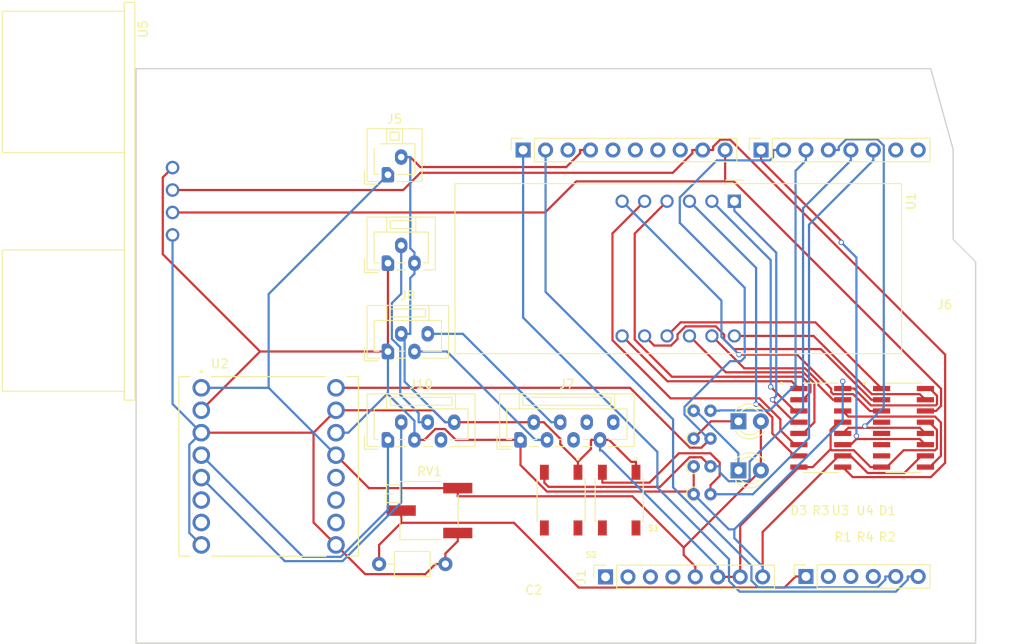
<source format=kicad_pcb>
(kicad_pcb (version 20240108) (generator "pcbnew") (generator_version "8.0")
  (title_block (date "mar. 31 mars 2015"))
  (layers (0 "F.Cu" signal) (31 "B.Cu" signal) (34 "B.Paste" user) (35 "F.Paste" user) (36 "B.SilkS" user "B.Silkscreen") (37 "F.SilkS" user "F.Silkscreen") (38 "B.Mask" user) (39 "F.Mask" user) (44 "Edge.Cuts" user))
  (net 0 "")
  (net 1 "GND")
  (net 3 "+5V")
  (net 4 "/IOREF")
  (net 5 "/A0")
  (net 6 "/A1")
  (net 7 "/A2")
  (net 8 "/A3")
  (net 9 "/SDA{slash}A4")
  (net 10 "/SCL{slash}A5")
  (net 11 "/13")
  (net 12 "/12")
  (net 13 "/AREF")
  (net 14 "/8")
  (net 15 "/7")
  (net 16 "/*11")
  (net 17 "/*10")
  (net 18 "/*9")
  (net 19 "/4")
  (net 20 "/2")
  (net 21 "/*6")
  (net 22 "/*5")
  (net 23 "/TX{slash}1")
  (net 24 "/*3")
  (net 25 "/RX{slash}0")
  (net 26 "+3V3")
  (net 27 "VCC")
  (net 28 "/~{RESET}")
  (net 29 "Net-(D1-K)")
  (net 30 "Net-(D3-K)")
  (net 31 "/SDA")
  (net 35 "/SCL")
  (net 36 "/PE2")
  (net 38 "Net-(J10-Pin_1)")
  (net 39 "Net-(J10-Pin_2)")
  (net 40 "Net-(U1-f)")
  (net 41 "Net-(U1-g)")
  (net 42 "Net-(U1-CC2)")
  (net 43 "Net-(U1-c)")
  (net 44 "Net-(U1-CC4)")
  (net 45 "Net-(U1-CC1)")
  (net 46 "Net-(U1-b)")
  (net 47 "Net-(U1-a)")
  (net 48 "Net-(U1-DPX)")
  (net 49 "Net-(U1-e)")
  (net 50 "Net-(U1-d)")
  (net 51 "Net-(U1-CC3)")
  (net 57 "Net-(U3-A)")
  (footprint "Connector_PinSocket_2.54mm:PinSocket_1x06_P2.54mm_Vertical" (layer "F.Cu") (at 150.8 97.46 90)
    (property "Reference" "J3" (hide yes))
    (property "Value" "Analog")
  )
  (footprint "Connector_PinSocket_2.54mm:PinSocket_1x10_P2.54mm_Vertical" (layer "F.Cu") (at 118.796 49.2 90)
    (property "Reference" "J2" (hide yes))
    (property "Value" "Digital/PWM")
  )
  (footprint "Connector_PinSocket_2.54mm:PinSocket_1x08_P2.54mm_Vertical" (layer "F.Cu") (at 145.72 49.2 90)
    (property "Reference" "J4" (hide yes))
    (property "Value" "Digital/PWM")
  )
  (footprint "MC74HC595AD:SOIC127P600X175-16N" (layer "F.Cu") (at 161.84 80.635)
    (property "Reference" "U4")
    (property "Value" "MC74HC595AD")
  )
  (footprint "Connector_JST:JST_ZE_B03B-ZESK-D_1x03_P1.50mm_Vertical" (layer "F.Cu") (at 103.5 62)
    (property "Reference" "J6")
    (property "Value" "Conn_01x03_Socket")
  )
  (footprint "Capacitor_THT:C_Axial_L3.8mm_D2.6mm_P7.50mm_Horizontal" (layer "F.Cu") (at 102.5 96.05)
    (property "Reference" "C2")
    (property "Value" "0.1uF")
  )
  (footprint "HC-SR04:XCVR_HC-SR04" (layer "F.Cu") (at 79.125 55 -90)
    (property "Reference" "U5")
    (property "Value" "HC-SR04")
  )
  (footprint "Connector_JST:JST_ZE_B04B-ZESK-D_1x04_P1.50mm_Vertical" (layer "F.Cu") (at 103.5 72)
    (property "Reference" "J8")
    (property "Value" "Conn_01x04_Socket")
  )
  (footprint "Connector_JST:JST_ZE_B08B-ZESK-D_1x08_P1.50mm_Vertical" (layer "F.Cu") (at 118.5 82)
    (property "Reference" "J7")
    (property "Value" "Conn_01x08_Socket")
  )
  (footprint "LED_THT:LED_D3.0mm_FlatTop" (layer "F.Cu") (at 143.16 79.9)
    (property "Reference" "D1")
    (property "Value" "LED")
  )
  (footprint "Arduino_MountingHole:MountingHole_3.2mm" (layer "F.Cu") (at 115.24 49.2)
    (property "Reference" "MH1" (hide yes))
    (property "Value" "MountingHole_3.2mm" (hide yes))
  )
  (footprint "8-1437565-1:SW_8-1437565-1" (layer "F.Cu") (at 129.667 88.817 -90)
    (property "Reference" "S1")
    (property "Value" "8-1437565-1")
  )
  (footprint "Connector_PinSocket_2.54mm:PinSocket_1x08_P2.54mm_Vertical" (layer "F.Cu") (at 128.12 97.505 90)
    (property "Reference" "J1")
    (property "Value" "Power")
  )
  (footprint "Display_7Segment:CC56-12GWA" (layer "F.Cu") (at 142.7 55 -90)
    (property "Reference" "U1")
    (property "Value" "CC56-12GWA")
  )
  (footprint "ROB-14450:MODULE_ROB-14450" (layer "F.Cu") (at 90 85)
    (property "Reference" "U2")
    (property "Value" "ROB-14450")
  )
  (footprint "Resistor_THT:R_Axial_DIN0204_L3.6mm_D1.6mm_P1.90mm_Vertical" (layer "F.Cu") (at 138.1 81.85)
    (property "Reference" "R2")
    (property "Value" "510")
  )
  (footprint "Connector_JST:JST_ZE_B06B-ZESK-D_1x06_P1.50mm_Vertical" (layer "F.Cu") (at 103.5 82)
    (property "Reference" "J10")
    (property "Value" "Conn_01x06_Socket")
  )
  (footprint "8-1437565-1:SW_8-1437565-1" (layer "F.Cu") (at 123.1 88.817 -90)
    (property "Reference" "S2")
    (property "Value" "8-1437565-1")
  )
  (footprint "LED_THT:LED_D3.0mm_FlatTop" (layer "F.Cu") (at 143.16 85.45)
    (property "Reference" "D3")
    (property "Value" "LED")
  )
  (footprint "MC74HC595AD:SOIC127P600X175-16N" (layer "F.Cu") (at 152.48 80.635)
    (property "Reference" "U3")
    (property "Value" "MC74HC595AD")
  )
  (footprint "Resistor_THT:R_Axial_DIN0204_L3.6mm_D1.6mm_P1.90mm_Vertical" (layer "F.Cu") (at 138.1 88.15)
    (property "Reference" "R4")
    (property "Value" "10K")
  )
  (footprint "Resistor_THT:R_Axial_DIN0204_L3.6mm_D1.6mm_P1.90mm_Vertical" (layer "F.Cu") (at 138.1 85)
    (property "Reference" "R3")
    (property "Value" "10K")
  )
  (footprint "Connector_JST:JST_ZE_B02B-ZESK-1D_1x02_P1.50mm_Vertical" (layer "F.Cu") (at 103.5 52)
    (property "Reference" "J5")
    (property "Value" "Conn_01x02_Socket")
  )
  (footprint "Arduino_MountingHole:MountingHole_3.2mm" (layer "F.Cu") (at 113.97 97.46)
    (property "Reference" "MH2" (hide yes))
    (property "Value" "MountingHole_3.2mm" (hide yes))
  )
  (footprint "Potentiometer_SMD:Potentiometer_Bourns_3269P_Horizontal" (layer "F.Cu") (at 108.2 90)
    (property "Reference" "RV1")
    (property "Value" "10K")
  )
  (footprint "Arduino_MountingHole:MountingHole_3.2mm" (layer "F.Cu") (at 166.04 64.44)
    (property "Reference" "MH3" (hide yes))
    (property "Value" "MountingHole_3.2mm" (hide yes))
  )
  (footprint "Arduino_MountingHole:MountingHole_3.2mm" (layer "F.Cu") (at 166.04 92.38)
    (property "Reference" "MH4" (hide yes))
    (property "Value" "MountingHole_3.2mm" (hide yes))
  )
  (footprint "Resistor_THT:R_Axial_DIN0204_L3.6mm_D1.6mm_P1.90mm_Vertical" (layer "F.Cu") (at 138.1 78.7)
    (property "Reference" "R1")
    (property "Value" "510")
  )
  (gr_line (start 167.46 59.315) (end 170 61.855) (stroke (width 0.15)) (layer "Edge.Cuts"))
  (gr_line (start 75 105) (end 75 40) (stroke (width 0.15)) (layer "Edge.Cuts"))
  (gr_line (start 170 61.855) (end 170 105) (stroke (width 0.15)) (layer "Edge.Cuts"))
  (gr_line (start 75 105) (end 170 105) (stroke (width 0.15)) (layer "Edge.Cuts"))
  (gr_line (start 75 40) (end 164.92 40) (stroke (width 0.15)) (layer "Edge.Cuts"))
  (gr_line (start 164.92 40) (end 167.46 49.155) (stroke (width 0.15)) (layer "Edge.Cuts"))
  (gr_line (start 167.46 49.155) (end 167.46 59.315) (stroke (width 0.15)) (layer "Edge.Cuts"))
  (segment (start 111 80) (end 120 80) (width 0.25) (layer "F.Cu") (net 1))
  (segment (start 125.2393 49.5678) (end 123.6804 51.1267) (width 0.25) (layer "F.Cu") (net 1))
  (segment (start 143.36 97.505) (end 143.36 91.72) (width 0.25) (layer "F.Cu") (net 1))
  (segment (start 125 85.667) (end 125 84.4903) (width 0.25) (layer "F.Cu") (net 1))
  (segment (start 151.5626 85.08) (end 153.591 83.0516) (width 0.25) (layer "F.Cu") (net 1))
  (segment (start 123 81.8718) (end 123 82.4903) (width 0.25) (layer "F.Cu") (net 1))
  (segment (start 107.1534 51.1267) (end 106.0267 50) (width 0.25) (layer "F.Cu") (net 1))
  (segment (start 111.4 93.4617) (end 110 94.8617) (width 0.25) (layer "F.Cu") (net 1))
  (segment (start 164.7581 80) (end 164.32 80) (width 0.25) (layer "F.Cu") (net 1))
  (segment (start 131.567 85.667) (end 131.567 84.4903) (width 0.25) (layer "F.Cu") (net 1))
  (segment (start 127.5 82) (end 128.5267 82) (width 0.25) (layer "F.Cu") (net 1))
  (segment (start 100.9232 97.1932) (end 97.62 93.89) (width 0.25) (layer "F.Cu") (net 1))
  (segment (start 127.5 82) (end 126.4733 82) (width 0.25) (layer "F.Cu") (net 1))
  (segment (start 108.8733 96.05) (end 107.7301 97.1932) (width 0.25) (layer "F.Cu") (net 1))
  (segment (start 97.62 78.65) (end 108.6233 78.65) (width 0.25) (layer "F.Cu") (net 1))
  (segment (start 131.567 84.4903) (end 131.017 84.4903) (width 0.25) (layer "F.Cu") (net 1))
  (segment (start 110 96.05) (end 108.8733 96.05) (width 0.25) (layer "F.Cu") (net 1))
  (segment (start 105 50) (end 106.0267 50) (width 0.25) (layer "F.Cu") (net 1))
  (segment (start 131.017 84.4903) (end 128.5267 82) (width 0.25) (layer "F.Cu") (net 1))
  (segment (start 158.1143 85.08) (end 159.36 85.08) (width 0.25) (layer "F.Cu") (net 1))
  (segment (start 121.1282 80) (end 123 81.8718) (width 0.25) (layer "F.Cu") (net 1))
  (segment (start 126.416 49.2) (end 125.2393 49.2) (width 0.25) (layer "F.Cu") (net 1))
  (segment (start 165.6219 82.9594) (end 165.6219 80.8638) (width 0.25) (layer "F.Cu") (net 1))
  (segment (start 156.2093 83.175) (end 158.1143 85.08) (width 0.25) (layer "F.Cu") (net 1))
  (segment (start 123 82.4903) (end 125 84.4903) (width 0.25) (layer "F.Cu") (net 1))
  (segment (start 159.36 85.08) (end 159.9496 85.08) (width 0.25) (layer "F.Cu") (net 1))
  (segment (start 111 80) (end 109.9733 80) (width 0.25) (layer "F.Cu") (net 1))
  (segment (start 165.6219 80.8638) (end 164.7581 80) (width 0.25) (layer "F.Cu") (net 1))
  (segment (start 150 85.08) (end 151.5626 85.08) (width 0.25) (layer "F.Cu") (net 1))
  (segment (start 120 80) (end 121.1282 80) (width 0.25) (layer "F.Cu") (net 1))
  (segment (start 153.591 80.8693) (end 154.4603 80) (width 0.25) (layer "F.Cu") (net 1))
  (segment (start 95.08 81.19) (end 97.62 78.65) (width 0.25) (layer "F.Cu") (net 1))
  (segment (start 161.8546 83.175) (end 165.4063 83.175) (width 0.25) (layer "F.Cu") (net 1))
  (segment (start 126.4733 83.017) (end 125 84.4903) (width 0.25) (layer "F.Cu") (net 1))
  (segment (start 95.08 81.19) (end 95.08 91.35) (width 0.25) (layer "F.Cu") (net 1))
  (segment (start 107.7301 97.1932) (end 100.9232 97.1932) (width 0.25) (layer "F.Cu") (net 1))
  (segment (start 153.591 83.0516) (end 153.591 80.8693) (width 0.25) (layer "F.Cu") (net 1))
  (segment (start 153.7144 83.175) (end 156.2093 83.175) (width 0.25) (layer "F.Cu") (net 1))
  (segment (start 82.38 81.19) (end 95.08 81.19) (width 0.25) (layer "F.Cu") (net 1))
  (segment (start 126.4733 82) (end 126.4733 83.017) (width 0.25) (layer "F.Cu") (net 1))
  (segment (start 108.6233 78.65) (end 109.9733 80) (width 0.25) (layer "F.Cu") (net 1))
  (segment (start 165.4063 83.175) (end 165.6219 82.9594) (width 0.25) (layer "F.Cu") (net 1))
  (segment (start 143.36 91.72) (end 150 85.08) (width 0.25) (layer "F.Cu") (net 1))
  (segment (start 110 94.8617) (end 110 96.05) (width 0.25) (layer "F.Cu") (net 1))
  (segment (start 95.08 91.35) (end 97.62 93.89) (width 0.25) (layer "F.Cu") (net 1))
  (segment (start 125.2393 49.2) (end 125.2393 49.5678) (width 0.25) (layer "F.Cu") (net 1))
  (segment (start 111.4 92.54) (end 111.4 93.4617) (width 0.25) (layer "F.Cu") (net 1))
  (segment (start 140.82 97.505) (end 143.36 97.505) (width 0.25) (layer "F.Cu") (net 1))
  (segment (start 153.591 83.0516) (end 153.7144 83.175) (width 0.25) (layer "F.Cu") (net 1))
  (segment (start 123.6804 51.1267) (end 107.1534 51.1267) (width 0.25) (layer "F.Cu") (net 1))
  (segment (start 154.4603 80) (end 154.96 80) (width 0.25) (layer "F.Cu") (net 1))
  (segment (start 159.9496 85.08) (end 161.8546 83.175) (width 0.25) (layer "F.Cu") (net 1))
  (segment (start 81.0219 92.5319) (end 82.38 93.89) (width 0.25) (layer "B.Cu") (net 1))
  (segment (start 105 70) (end 105.3849 70) (width 0.25) (layer "B.Cu") (net 1))
  (segment (start 105.3849 70) (end 106.0267 70) (width 0.25) (layer "B.Cu") (net 1))
  (segment (start 106.0267 63.675) (end 106.5 63.2017) (width 0.25) (layer "B.Cu") (net 1))
  (segment (start 82.38 81.19) (end 79.125 77.935) (width 0.25) (layer "B.Cu") (net 1))
  (segment (start 127.5 83.2017) (end 127.6934 83.2017) (width 0.25) (layer "B.Cu") (net 1))
  (segment (start 111 80) (end 109.9733 80) (width 0.25) (layer "B.Cu") (net 1))
  (segment (start 106.5 62) (end 106.5 63.2017) (width 0.25) (layer "B.Cu") (net 1))
  (segment (start 106.0267 60.325) (end 106.5 60.7983) (width 0.25) (layer "B.Cu") (net 1))
  (segment (start 79.125 77.935) (end 79.125 58.81) (width 0.25) (layer "B.Cu") (net 1))
  (segment (start 106.5 62) (end 106.5 60.7983) (width 0.25) (layer "B.Cu") (net 1))
  (segment (start 127.5 82) (end 127.5 83.2017) (width 0.25) (layer "B.Cu") (net 1))
  (segment (start 106.0267 50) (end 106.0267 60.325) (width 0.25) (layer "B.Cu") (net 1))
  (segment (start 105 50) (end 106.0267 50) (width 0.25) (layer "B.Cu") (net 1))
  (segment (start 109.9733 80) (end 105.3849 75.4116) (width 0.25) (layer "B.Cu") (net 1))
  (segment (start 140.82 97.505) (end 140.82 96.3283) (width 0.25) (layer "B.Cu") (net 1))
  (segment (start 127.6934 83.2017) (end 140.82 96.3283) (width 0.25) (layer "B.Cu") (net 1))
  (segment (start 106.0267 70) (end 106.0267 63.675) (width 0.25) (layer "B.Cu") (net 1))
  (segment (start 82.38 81.19) (end 81.0219 82.5481) (width 0.25) (layer "B.Cu") (net 1))
  (segment (start 81.0219 82.5481) (end 81.0219 92.5319) (width 0.25) (layer "B.Cu") (net 1))
  (segment (start 105.3849 75.4116) (end 105.3849 70) (width 0.25) (layer "B.Cu") (net 1))
  (segment (start 111.4 87.46) (end 101.35 87.46) (width 0.25) (layer "F.Cu") (net 3))
  (segment (start 111.4 88.3817) (end 131.1611 88.3817) (width 0.25) (layer "F.Cu") (net 3))
  (segment (start 145.7 85.45) (end 136.9647 94.1853) (width 0.25) (layer "F.Cu") (net 3))
  (segment (start 111.4 87.46) (end 111.4 88.3817) (width 0.25) (layer "F.Cu") (net 3))
  (segment (start 101.35 87.46) (end 97.62 83.73) (width 0.25) (layer "F.Cu") (net 3))
  (segment (start 136.9647 95.013) (end 138.28 96.3283) (width 0.25) (layer "F.Cu") (net 3))
  (segment (start 138.28 97.505) (end 138.28 96.3283) (width 0.25) (layer "F.Cu") (net 3))
  (segment (start 131.1611 88.3817) (end 136.9647 94.1853) (width 0.25) (layer "F.Cu") (net 3))
  (segment (start 136.9647 94.1853) (end 136.9647 95.013) (width 0.25) (layer "F.Cu") (net 3))
  (segment (start 145.7 79.9) (end 145.7 85.45) (width 0.25) (layer "F.Cu") (net 3))
  (segment (start 97.62 83.73) (end 90 76.11) (width 0.25) (layer "B.Cu") (net 3))
  (segment (start 103.5 52) (end 90 65.5) (width 0.25) (layer "B.Cu") (net 3))
  (segment (start 90 76.11) (end 82.38 76.11) (width 0.25) (layer "B.Cu") (net 3))
  (segment (start 90 65.5) (end 90 76.11) (width 0.25) (layer "B.Cu") (net 3))
  (segment (start 105 90) (end 105 90.9217) (width 0.25) (layer "F.Cu") (net 5))
  (segment (start 102.5 93.8833) (end 105 91.3833) (width 0.25) (layer "F.Cu") (net 5))
  (segment (start 105 90.9217) (end 105 91.3833) (width 0.25) (layer "F.Cu") (net 5))
  (segment (start 148.3704 98.7129) (end 149.6233 97.46) (width 0.25) (layer "F.Cu") (net 5))
  (segment (start 105 91.3833) (end 117.7578 91.3833) (width 0.25) (layer "F.Cu") (net 5))
  (segment (start 125.0874 98.7129) (end 148.3704 98.7129) (width 0.25) (layer "F.Cu") (net 5))
  (segment (start 150.8 97.46) (end 149.6233 97.46) (width 0.25) (layer "F.Cu") (net 5))
  (segment (start 102.5 96.05) (end 102.5 93.8833) (width 0.25) (layer "F.Cu") (net 5))
  (segment (start 117.7578 91.3833) (end 125.0874 98.7129) (width 0.25) (layer "F.Cu") (net 5))
  (segment (start 160.96 97.46) (end 159.7833 97.46) (width 0.25) (layer "B.Cu") (net 9))
  (segment (start 121.336 65.2515) (end 121.336 50.3767) (width 0.25) (layer "B.Cu") (net 9))
  (segment (start 145.3914 98.687) (end 144.63 97.9256) (width 0.25) (layer "B.Cu") (net 9))
  (segment (start 159.7833 97.46) (end 159.7833 97.8277) (width 0.25) (layer "B.Cu") (net 9))
  (segment (start 144.63 97.9256) (end 144.63 96.2363) (width 0.25) (layer "B.Cu") (net 9))
  (segment (start 144.63 96.2363) (end 135.7643 87.3706) (width 0.25) (layer "B.Cu") (net 9))
  (segment (start 135.7643 87.3706) (end 135.7643 79.6798) (width 0.25) (layer "B.Cu") (net 9))
  (segment (start 135.7643 79.6798) (end 121.336 65.2515) (width 0.25) (layer "B.Cu") (net 9))
  (segment (start 159.7833 97.8277) (end 158.924 98.687) (width 0.25) (layer "B.Cu") (net 9))
  (segment (start 121.336 49.2) (end 121.336 50.3767) (width 0.25) (layer "B.Cu") (net 9))
  (segment (start 158.924 98.687) (end 145.3914 98.687) (width 0.25) (layer "B.Cu") (net 9))
  (segment (start 142.09 97.9644) (end 143.3017 99.1761) (width 0.25) (layer "B.Cu") (net 10))
  (segment (start 133.9868 87.3946) (end 142.09 95.4978) (width 0.25) (layer "B.Cu") (net 10))
  (segment (start 162.3233 97.8277) (end 162.3233 97.46) (width 0.25) (layer "B.Cu") (net 10))
  (segment (start 142.09 95.4978) (end 142.09 97.9644) (width 0.25) (layer "B.Cu") (net 10))
  (segment (start 160.9749 99.1761) (end 162.3233 97.8277) (width 0.25) (layer "B.Cu") (net 10))
  (segment (start 118.796 68.169) (end 133.9868 83.3598) (width 0.25) (layer "B.Cu") (net 10))
  (segment (start 143.3017 99.1761) (end 160.9749 99.1761) (width 0.25) (layer "B.Cu") (net 10))
  (segment (start 163.5 97.46) (end 162.3233 97.46) (width 0.25) (layer "B.Cu") (net 10))
  (segment (start 133.9868 83.3598) (end 133.9868 87.3946) (width 0.25) (layer "B.Cu") (net 10))
  (segment (start 118.796 49.2) (end 118.796 68.169) (width 0.25) (layer "B.Cu") (net 10))
  (segment (start 164.32 78.73) (end 165.509 78.73) (width 0.25) (layer "F.Cu") (net 14))
  (segment (start 142.6197 52.7488) (end 141.656 52.7488) (width 0.25) (layer "F.Cu") (net 14))
  (segment (start 166.0901 78.1489) (end 166.0901 76.2192) (width 0.25) (layer "F.Cu") (net 14))
  (segment (start 141.656 50.3767) (end 141.656 52.7488) (width 0.25) (layer "F.Cu") (net 14))
  (segment (start 141.656 49.2) (end 141.656 50.3767) (width 0.25) (layer "F.Cu") (net 14))
  (segment (start 141.656 52.7488) (end 124.8118 52.7488) (width 0.25) (layer "F.Cu") (net 14))
  (segment (start 166.0901 76.2192) (end 142.6197 52.7488) (width 0.25) (layer "F.Cu") (net 14))
  (segment (start 121.2906 56.27) (end 79.125 56.27) (width 0.25) (layer "F.Cu") (net 14))
  (segment (start 124.8118 52.7488) (end 121.2906 56.27) (width 0.25) (layer "F.Cu") (net 14))
  (segment (start 165.509 78.73) (end 166.0901 78.1489) (width 0.25) (layer "F.Cu") (net 14))
  (segment (start 163.685 81.905) (end 164.32 82.54) (width 0.25) (layer "F.Cu") (net 15))
  (segment (start 145.72 50.3767) (end 154.799 59.4557) (width 0.25) (layer "F.Cu") (net 15))
  (segment (start 156.5126 81.905) (end 163.685 81.905) (width 0.25) (layer "F.Cu") (net 15))
  (segment (start 155.8776 82.54) (end 156.5126 81.905) (width 0.25) (layer "F.Cu") (net 15))
  (segment (start 145.72 49.2) (end 145.72 50.3767) (width 0.25) (layer "F.Cu") (net 15))
  (segment (start 154.799 59.4557) (end 154.799 59.6533) (width 0.25) (layer "F.Cu") (net 15))
  (segment (start 154.96 82.54) (end 155.8776 82.54) (width 0.25) (layer "F.Cu") (net 15))
  (segment (start 156.5126 81.5704) (end 156.5126 81.905) (width 0.25) (layer "F.Cu") (net 15))
  (via (at 154.799 59.6533) (size 0.6) (drill 0.4) (layers "F.Cu" "B.Cu") (net 15))
  (via (at 156.5126 81.5704) (size 0.6) (drill 0.4) (layers "F.Cu" "B.Cu") (net 15))
  (segment (start 156.5126 61.3669) (end 156.5126 81.5704) (width 0.25) (layer "B.Cu") (net 15))
  (segment (start 154.799 59.6533) (end 156.5126 61.3669) (width 0.25) (layer "B.Cu") (net 15))
  (segment (start 135.7286 51.7784) (end 107.1716 51.7784) (width 0.25) (layer "F.Cu") (net 18))
  (segment (start 154.96 85.08) (end 156.0906 86.2106) (width 0.25) (layer "F.Cu") (net 18))
  (segment (start 140.2927 48.8322) (end 140.2927 49.2) (width 0.25) (layer "F.Cu") (net 18))
  (segment (start 139.116 49.2) (end 137.9393 49.2) (width 0.25) (layer "F.Cu") (net 18))
  (segment (start 166.5513 84.5956) (end 166.5513 72.3539) (width 0.25) (layer "F.Cu") (net 18))
  (segment (start 105.22 53.73) (end 79.125 53.73) (width 0.25) (layer "F.Cu") (net 18))
  (segment (start 156.0906 86.2106) (end 164.9363 86.2106) (width 0.25) (layer "F.Cu") (net 18))
  (segment (start 137.9393 49.5677) (end 135.7286 51.7784) (width 0.25) (layer "F.Cu") (net 18))
  (segment (start 137.9393 49.2) (end 137.9393 49.5677) (width 0.25) (layer "F.Cu") (net 18))
  (segment (start 142.2207 48.0233) (end 141.1016 48.0233) (width 0.25) (layer "F.Cu") (net 18))
  (segment (start 107.1716 51.7784) (end 105.22 53.73) (width 0.25) (layer "F.Cu") (net 18))
  (segment (start 141.1016 48.0233) (end 140.2927 48.8322) (width 0.25) (layer "F.Cu") (net 18))
  (segment (start 139.116 49.2) (end 140.2927 49.2) (width 0.25) (layer "F.Cu") (net 18))
  (segment (start 166.5513 72.3539) (end 142.2207 48.0233) (width 0.25) (layer "F.Cu") (net 18))
  (segment (start 164.9363 86.2106) (end 166.5513 84.5956) (width 0.25) (layer "F.Cu") (net 18))
  (segment (start 154.96 81.27) (end 155.595 80.635) (width 0.25) (layer "F.Cu") (net 19))
  (segment (start 163.685 80.635) (end 164.32 81.27) (width 0.25) (layer "F.Cu") (net 19))
  (segment (start 157.4691 80.4459) (end 157.4691 80.635) (width 0.25) (layer "F.Cu") (net 19))
  (segment (start 155.595 80.635) (end 157.4691 80.635) (width 0.25) (layer "F.Cu") (net 19))
  (segment (start 157.4691 80.635) (end 163.685 80.635) (width 0.25) (layer "F.Cu") (net 19))
  (via (at 157.4691 80.4459) (size 0.6) (drill 0.4) (layers "F.Cu" "B.Cu") (net 19))
  (segment (start 154.5167 49.2) (end 154.5167 48.8323) (width 0.25) (layer "B.Cu") (net 19))
  (segment (start 154.5167 48.8323) (end 155.3581 47.9909) (width 0.25) (layer "B.Cu") (net 19))
  (segment (start 155.3581 47.9909) (end 158.8982 47.9909) (width 0.25) (layer "B.Cu") (net 19))
  (segment (start 153.34 49.2) (end 154.5167 49.2) (width 0.25) (layer "B.Cu") (net 19))
  (segment (start 159.6058 48.6985) (end 159.6058 78.3092) (width 0.25) (layer "B.Cu") (net 19))
  (segment (start 158.8982 47.9909) (end 159.6058 48.6985) (width 0.25) (layer "B.Cu") (net 19))
  (segment (start 159.6058 78.3092) (end 157.4691 80.4459) (width 0.25) (layer "B.Cu") (net 19))
  (segment (start 141.0381 84.5681) (end 139.9866 83.5166) (width 0.25) (layer "F.Cu") (net 20))
  (segment (start 139.9866 83.5166) (end 136.4239 83.5166) (width 0.25) (layer "F.Cu") (net 20))
  (segment (start 136.4239 83.5166) (end 133.0968 86.8437) (width 0.25) (layer "F.Cu") (net 20))
  (segment (start 140 87.1233) (end 141.0381 86.0852) (width 0.25) (layer "F.Cu") (net 20))
  (segment (start 140 88.15) (end 140 87.1233) (width 0.25) (layer "F.Cu") (net 20))
  (segment (start 133.0968 86.8437) (end 127.767 86.8437) (width 0.25) (layer "F.Cu") (net 20))
  (segment (start 141.0381 86.0852) (end 141.0381 84.5681) (width 0.25) (layer "F.Cu") (net 20))
  (segment (start 127.767 85.667) (end 127.767 86.8437) (width 0.25) (layer "F.Cu") (net 20))
  (segment (start 151.1482 57.6485) (end 158.42 50.3767) (width 0.25) (layer "B.Cu") (net 20))
  (segment (start 144.7955 88.15) (end 151.1482 81.7973) (width 0.25) (layer "B.Cu") (net 20))
  (segment (start 158.42 49.2) (end 158.42 50.3767) (width 0.25) (layer "B.Cu") (net 20))
  (segment (start 140 88.15) (end 141.0267 88.15) (width 0.25) (layer "B.Cu") (net 20))
  (segment (start 141.0267 88.15) (end 144.7955 88.15) (width 0.25) (layer "B.Cu") (net 20))
  (segment (start 151.1482 81.7973) (end 151.1482 57.6485) (width 0.25) (layer "B.Cu") (net 20))
  (segment (start 130.8931 76.11) (end 97.62 76.11) (width 0.25) (layer "F.Cu") (net 21))
  (segment (start 137.6703 82.8872) (end 130.8931 76.11) (width 0.25) (layer "F.Cu") (net 21))
  (segment (start 140 81.85) (end 138.9628 82.8872) (width 0.25) (layer "F.Cu") (net 21))
  (segment (start 138.9628 82.8872) (end 137.6703 82.8872) (width 0.25) (layer "F.Cu") (net 21))
  (segment (start 140 81.85) (end 139.7563 81.85) (width 0.25) (layer "B.Cu") (net 21))
  (segment (start 137.0543 79.148) (end 137.0543 78.2622) (width 0.25) (layer "B.Cu") (net 21))
  (segment (start 148.26 49.2) (end 147.0833 49.2) (width 0.25) (layer "B.Cu") (net 21))
  (segment (start 143.4502 73.0933) (end 143.8687 72.6748) (width 0.25) (layer "B.Cu") (net 21))
  (segment (start 136.5246 57.4401) (end 136.5246 54.5669) (width 0.25) (layer "B.Cu") (net 21))
  (segment (start 136.5246 54.5669) (end 140.7148 50.3767) (width 0.25) (layer "B.Cu") (net 21))
  (segment (start 140.7148 50.3767) (end 146.7156 50.3767) (width 0.25) (layer "B.Cu") (net 21))
  (segment (start 137.0543 78.2622) (end 142.2232 73.0933) (width 0.25) (layer "B.Cu") (net 21))
  (segment (start 143.8687 64.7842) (end 136.5246 57.4401) (width 0.25) (layer "B.Cu") (net 21))
  (segment (start 143.8687 72.6748) (end 143.8687 64.7842) (width 0.25) (layer "B.Cu") (net 21))
  (segment (start 147.0833 50.009) (end 147.0833 49.2) (width 0.25) (layer "B.Cu") (net 21))
  (segment (start 139.7563 81.85) (end 137.0543 79.148) (width 0.25) (layer "B.Cu") (net 21))
  (segment (start 142.2232 73.0933) (end 143.4502 73.0933) (width 0.25) (layer "B.Cu") (net 21))
  (segment (start 146.7156 50.3767) (end 147.0833 50.009) (width 0.25) (layer "B.Cu") (net 21))
  (segment (start 146.7033 78.6642) (end 149.6233 75.7442) (width 0.25) (layer "B.Cu") (net 22))
  (segment (start 149.6233 75.7442) (end 149.6233 51.5534) (width 0.25) (layer "B.Cu") (net 22))
  (segment (start 140 78.7) (end 141.0267 78.7) (width 0.25) (layer "B.Cu") (net 22))
  (segment (start 150.8 49.2) (end 150.8 50.3767) (width 0.25) (layer "B.Cu") (net 22))
  (segment (start 141.0267 78.7) (end 141.0625 78.6642) (width 0.25) (layer "B.Cu") (net 22))
  (segment (start 141.0625 78.6642) (end 146.7033 78.6642) (width 0.25) (layer "B.Cu") (net 22))
  (segment (start 149.6233 51.5534) (end 150.8 50.3767) (width 0.25) (layer "B.Cu") (net 22))
  (segment (start 137.6351 83.9683) (end 138.9683 83.9683) (width 0.25) (layer "F.Cu") (net 24))
  (segment (start 138.9683 83.9683) (end 140 85) (width 0.25) (layer "F.Cu") (net 24))
  (segment (start 121.2 85.667) (end 121.2 86.8437) (width 0.25) (layer "F.Cu") (net 24))
  (segment (start 121.2 86.8437) (end 121.6727 87.3164) (width 0.25) (layer "F.Cu") (net 24))
  (segment (start 134.287 87.3164) (end 137.6351 83.9683) (width 0.25) (layer "F.Cu") (net 24))
  (segment (start 121.6727 87.3164) (end 134.287 87.3164) (width 0.25) (layer "F.Cu") (net 24))
  (segment (start 141.0267 85.6417) (end 142.0617 86.6767) (width 0.25) (layer "B.Cu") (net 24))
  (segment (start 142.0617 86.6767) (end 144.2181 86.6767) (width 0.25) (layer "B.Cu") (net 24))
  (segment (start 144.2181 86.6767) (end 144.43 86.4648) (width 0.25) (layer "B.Cu") (net 24))
  (segment (start 150.4715 55.7852) (end 155.88 50.3767) (width 0.25) (layer "B.Cu") (net 24))
  (segment (start 144.43 86.4648) (end 144.43 84.4583) (width 0.25) (layer "B.Cu") (net 24))
  (segment (start 155.88 49.2) (end 155.88 50.3767) (width 0.25) (layer "B.Cu") (net 24))
  (segment (start 140 85) (end 141.0267 85) (width 0.25) (layer "B.Cu") (net 24))
  (segment (start 150.4715 78.4168) (end 150.4715 55.7852) (width 0.25) (layer "B.Cu") (net 24))
  (segment (start 144.43 84.4583) (end 150.4715 78.4168) (width 0.25) (layer "B.Cu") (net 24))
  (segment (start 141.0267 85) (end 141.0267 85.6417) (width 0.25) (layer "B.Cu") (net 24))
  (segment (start 156.2477 76.19) (end 154.96 76.19) (width 0.25) (layer "F.Cu") (net 27))
  (segment (start 137.7989 87.8489) (end 138.1 88.15) (width 0.25) (layer "F.Cu") (net 27))
  (segment (start 109.9441 80.7691) (end 108.8579 80.7691) (width 0.25) (layer "F.Cu") (net 27))
  (segment (start 145.9 97.505) (end 145.9 92.4243) (width 0.25) (layer "F.Cu") (net 27))
  (segment (start 157.7875 85.7493) (end 155.8482 83.81) (width 0.25) (layer "F.Cu") (net 27))
  (segment (start 164.32 83.81) (end 163.8665 83.81) (width 0.25) (layer "F.Cu") (net 27))
  (segment (start 89.03 72) (end 82.38 78.65) (width 0.25) (layer "F.Cu") (net 27))
  (segment (start 111.175 82) (end 109.9441 80.7691) (width 0.25) (layer "F.Cu") (net 27))
  (segment (start 138.1 85) (end 138.1 87.5478) (width 0.25) (layer "F.Cu") (net 27))
  (segment (start 154.5143 83.81) (end 154.96 83.81) (width 0.25) (layer "F.Cu") (net 27))
  (segment (start 103.5 72) (end 89.03 72) (width 0.25) (layer "F.Cu") (net 27))
  (segment (start 165.6288 77.9585) (end 165.4923 78.095) (width 0.25) (layer "F.Cu") (net 27))
  (segment (start 78.0206 60.9906) (end 78.0206 52.2944) (width 0.25) (layer "F.Cu") (net 27))
  (segment (start 118.5 82) (end 118.5 84.853) (width 0.25) (layer "F.Cu") (net 27))
  (segment (start 165.4923 78.095) (end 158.1527 78.095) (width 0.25) (layer "F.Cu") (net 27))
  (segment (start 121.4959 87.8489) (end 137.7989 87.8489) (width 0.25) (layer "F.Cu") (net 27))
  (segment (start 154.96 76.19) (end 154.96 75.3814) (width 0.25) (layer "F.Cu") (net 27))
  (segment (start 118.5 82) (end 111.175 82) (width 0.25) (layer "F.Cu") (net 27))
  (segment (start 89.03 72) (end 78.0206 60.9906) (width 0.25) (layer "F.Cu") (net 27))
  (segment (start 165.6288 77.0065) (end 165.6288 77.9585) (width 0.25) (layer "F.Cu") (net 27))
  (segment (start 78.0206 52.2944) (end 79.125 51.19) (width 0.25) (layer "F.Cu") (net 27))
  (segment (start 158.1527 78.095) (end 156.2477 76.19) (width 0.25) (layer "F.Cu") (net 27))
  (segment (start 164.32 76.19) (end 164.8123 76.19) (width 0.25) (layer "F.Cu") (net 27))
  (segment (start 161.9272 85.7493) (end 157.7875 85.7493) (width 0.25) (layer "F.Cu") (net 27))
  (segment (start 138.1 87.5478) (end 137.7989 87.8489) (width 0.25) (layer "F.Cu") (net 27))
  (segment (start 145.9 92.4243) (end 154.5143 83.81) (width 0.25) (layer "F.Cu") (net 27))
  (segment (start 155.8482 83.81) (end 154.96 83.81) (width 0.25) (layer "F.Cu") (net 27))
  (segment (start 163.8665 83.81) (end 161.9272 85.7493) (width 0.25) (layer "F.Cu") (net 27))
  (segment (start 118.5 84.853) (end 121.4959 87.8489) (width 0.25) (layer "F.Cu") (net 27))
  (segment (start 107.627 82) (end 106.5 82) (width 0.25) (layer "F.Cu") (net 27))
  (segment (start 108.8579 80.7691) (end 107.627 82) (width 0.25) (layer "F.Cu") (net 27))
  (segment (start 164.8123 76.19) (end 165.6288 77.0065) (width 0.25) (layer "F.Cu") (net 27))
  (segment (start 103.5 72) (end 103.5 62) (width 0.25) (layer "F.Cu") (net 27))
  (via (at 154.96 75.3814) (size 0.6) (drill 0.4) (layers "F.Cu" "B.Cu") (net 27))
  (segment (start 106.5 82) (end 106.5 79.8437) (width 0.25) (layer "B.Cu") (net 27))
  (segment (start 103.5 76.6999) (end 103.4281 76.7718) (width 0.25) (layer "B.Cu") (net 27))
  (segment (start 138.1 88.15) (end 142.0775 92.1275) (width 0.25) (layer "B.Cu") (net 27))
  (segment (start 106.5 79.8437) (end 103.4281 76.7718) (width 0.25) (layer "B.Cu") (net 27))
  (segment (start 154.96 79.8625) (end 154.96 75.3814) (width 0.25) (layer "B.Cu") (net 27))
  (segment (start 103.5 72) (end 103.5 76.6999) (width 0.25) (layer "B.Cu") (net 27))
  (segment (start 103.4281 76.7718) (end 99.0099 81.19) (width 0.25) (layer "B.Cu") (net 27))
  (segment (start 99.0099 81.19) (end 97.62 81.19) (width 0.25) (layer "B.Cu") (net 27))
  (segment (start 145.9 97.505) (end 145.9 96.3283) (width 0.25) (layer "B.Cu") (net 27))
  (segment (start 142.695 93.1233) (end 145.9 96.3283) (width 0.25) (layer "B.Cu") (net 27))
  (segment (start 142.0775 92.1275) (end 142.695 92.1275) (width 0.25) (layer "B.Cu") (net 27))
  (segment (start 142.695 92.1275) (end 154.96 79.8625) (width 0.25) (layer "B.Cu") (net 27))
  (segment (start 142.695 92.1275) (end 142.695 93.1233) (width 0.25) (layer "B.Cu") (net 27))
  (segment (start 138.1 81.85) (end 140.05 79.9) (width 0.25) (layer "F.Cu") (net 29))
  (segment (start 140.05 79.9) (end 143.16 79.9) (width 0.25) (layer "F.Cu") (net 29))
  (segment (start 138.34 78.7) (end 138.1 78.7) (width 0.25) (layer "B.Cu") (net 30))
  (segment (start 143.16 83.52) (end 138.34 78.7) (width 0.25) (layer "B.Cu") (net 30))
  (segment (start 143.16 85.45) (end 143.16 83.52) (width 0.25) (layer "B.Cu") (net 30))
  (segment (start 111.9733 70) (end 108 70) (width 0.25) (layer "B.Cu") (net 31))
  (segment (start 123 80) (end 121.9733 80) (width 0.25) (layer "B.Cu") (net 31))
  (segment (start 121.9733 80) (end 111.9733 70) (width 0.25) (layer "B.Cu") (net 31))
  (segment (start 121.5 82) (end 120.1751 82) (width 0.25) (layer "B.Cu") (net 35))
  (segment (start 110.1751 72) (end 106.5 72) (width 0.25) (layer "B.Cu") (net 35))
  (segment (start 120.1751 82) (end 110.1751 72) (width 0.25) (layer "B.Cu") (net 35))
  (segment (start 104.8892 71.5162) (end 103.9427 70.5697) (width 0.25) (layer "B.Cu") (net 36))
  (segment (start 106.9733 78.9733) (end 104.8892 76.8892) (width 0.25) (layer "B.Cu") (net 36))
  (segment (start 106.9733 80) (end 106.9733 78.9733) (width 0.25) (layer "B.Cu") (net 36))
  (segment (start 104.8892 76.8892) (end 104.8892 71.5162) (width 0.25) (layer "B.Cu") (net 36))
  (segment (start 105 65.4688) (end 105 60) (width 0.25) (layer "B.Cu") (net 36))
  (segment (start 103.9427 70.5697) (end 103.9427 66.5261) (width 0.25) (layer "B.Cu") (net 36))
  (segment (start 103.9427 66.5261) (end 105 65.4688) (width 0.25) (layer "B.Cu") (net 36))
  (segment (start 108 80) (end 106.9733 80) (width 0.25) (layer "B.Cu") (net 36))
  (segment (start 103.5 82) (end 103.5 89.9044) (width 0.25) (layer "B.Cu") (net 38))
  (segment (start 98.1694 95.235) (end 93.885 95.235) (width 0.25) (layer "B.Cu") (net 38))
  (segment (start 93.885 95.235) (end 82.38 83.73) (width 0.25) (layer "B.Cu") (net 38))
  (segment (start 103.5 89.9044) (end 98.1694 95.235) (width 0.25) (layer "B.Cu") (net 38))
  (segment (start 98.3692 95.7214) (end 91.8314 95.7214) (width 0.25) (layer "B.Cu") (net 39))
  (segment (start 105 89.0906) (end 98.3692 95.7214) (width 0.25) (layer "B.Cu") (net 39))
  (segment (start 91.8314 95.7214) (end 82.38 86.27) (width 0.25) (layer "B.Cu") (net 39))
  (segment (start 105 80) (end 105 89.0906) (width 0.25) (layer "B.Cu") (net 39))
  (segment (start 151.7578 75.5984) (end 150.5138 74.3544) (width 0.25) (layer "F.Cu") (net 40))
  (segment (start 151.7578 80.0052) (end 151.7578 75.5984) (width 0.25) (layer "F.Cu") (net 40))
  (segment (start 141.7344 74.3544) (end 137.62 70.24) (width 0.25) (layer "F.Cu") (net 40))
  (segment (start 150 81.27) (end 150.493 81.27) (width 0.25) (layer "F.Cu") (net 40))
  (segment (start 150.493 81.27) (end 151.7578 80.0052) (width 0.25) (layer "F.Cu") (net 40))
  (segment (start 150.5138 74.3544) (end 141.7344 74.3544) (width 0.25) (layer "F.Cu") (net 40))
  (segment (start 149.5435 82.54) (end 147.9031 80.8996) (width 0.25) (layer "F.Cu") (net 41))
  (segment (start 150 82.54) (end 149.5435 82.54) (width 0.25) (layer "F.Cu") (net 41))
  (segment (start 128.9055 70.7198) (end 128.9055 58.6345) (width 0.25) (layer "F.Cu") (net 41))
  (segment (start 147.9031 80.8996) (end 147.9031 79.6717) (width 0.25) (layer "F.Cu") (net 41))
  (segment (start 128.9055 58.6345) (end 132.54 55) (width 0.25) (layer "F.Cu") (net 41))
  (segment (start 147.9031 79.6717) (end 145.531 77.2996) (width 0.25) (layer "F.Cu") (net 41))
  (segment (start 145.531 77.2996) (end 135.4853 77.2996) (width 0.25) (layer "F.Cu") (net 41))
  (segment (start 135.4853 77.2996) (end 128.9055 70.7198) (width 0.25) (layer "F.Cu") (net 41))
  (segment (start 151.8714 68.7014) (end 159.36 76.19) (width 0.25) (layer "F.Cu") (net 42))
  (segment (start 136.6186 68.7014) (end 151.8714 68.7014) (width 0.25) (layer "F.Cu") (net 42))
  (segment (start 135.08 70.24) (end 136.6186 68.7014) (width 0.25) (layer "F.Cu") (net 42))
  (segment (start 131.4253 58.6547) (end 131.4253 70.648) (width 0.25) (layer "F.Cu") (net 43))
  (segment (start 131.4253 70.648) (end 135.6351 74.8578) (width 0.25) (layer "F.Cu") (net 43))
  (segment (start 151.3061 75.7855) (end 151.3061 76.592) (width 0.25) (layer "F.Cu") (net 43))
  (segment (start 150.4381 77.46) (end 150 77.46) (width 0.25) (layer "F.Cu") (net 43))
  (segment (start 150.3784 74.8578) (end 151.3061 75.7855) (width 0.25) (layer "F.Cu") (net 43))
  (segment (start 135.08 55) (end 131.4253 58.6547) (width 0.25) (layer "F.Cu") (net 43))
  (segment (start 135.6351 74.8578) (end 150.3784 74.8578) (width 0.25) (layer "F.Cu") (net 43))
  (segment (start 151.3061 76.592) (end 150.4381 77.46) (width 0.25) (layer "F.Cu") (net 43))
  (segment (start 156.1384 76.825) (end 153.8845 76.825) (width 0.25) (layer "F.Cu") (net 44))
  (segment (start 149.7899 72.3529) (end 143.2339 72.3529) (width 0.25) (layer "F.Cu") (net 44))
  (segment (start 158.0434 78.73) (end 156.1384 76.825) (width 0.25) (layer "F.Cu") (net 44))
  (segment (start 159.36 78.73) (end 158.0434 78.73) (width 0.25) (layer "F.Cu") (net 44))
  (segment (start 153.8845 76.825) (end 153.6581 76.5986) (width 0.25) (layer "F.Cu") (net 44))
  (segment (start 153.6581 76.5986) (end 153.6581 76.2211) (width 0.25) (layer "F.Cu") (net 44))
  (segment (start 153.6581 76.2211) (end 149.7899 72.3529) (width 0.25) (layer "F.Cu") (net 44))
  (via (at 143.2339 72.3529) (size 0.6) (drill 0.4) (layers "F.Cu" "B.Cu") (net 44))
  (segment (start 141.2367 66.2367) (end 141.2367 70.3557) (width 0.25) (layer "B.Cu") (net 44))
  (segment (start 130 55) (end 141.2367 66.2367) (width 0.25) (layer "B.Cu") (net 44))
  (segment (start 141.2367 70.3557) (end 143.2339 72.3529) (width 0.25) (layer "B.Cu") (net 44))
  (segment (start 151.6694 70.24) (end 158.2544 76.825) (width 0.25) (layer "F.Cu") (net 45))
  (segment (start 158.2544 76.825) (end 163.685 76.825) (width 0.25) (layer "F.Cu") (net 45))
  (segment (start 142.7 70.24) (end 151.6694 70.24) (width 0.25) (layer "F.Cu") (net 45))
  (segment (start 163.685 76.825) (end 164.32 77.46) (width 0.25) (layer "F.Cu") (net 45))
  (segment (start 149.1789 75.3689) (end 135.1289 75.3689) (width 0.25) (layer "F.Cu") (net 46))
  (segment (start 135.1289 75.3689) (end 130 70.24) (width 0.25) (layer "F.Cu") (net 46))
  (segment (start 150 76.19) (end 149.1789 75.3689) (width 0.25) (layer "F.Cu") (net 46))
  (segment (start 143.8227 73.9027) (end 140.16 70.24) (width 0.25) (layer "F.Cu") (net 47))
  (segment (start 154.96 77.46) (end 153.8619 77.46) (width 0.25) (layer "F.Cu") (net 47))
  (segment (start 153.8619 77.46) (end 152.2095 75.8076) (width 0.25) (layer "F.Cu") (net 47))
  (segment (start 150.7009 73.9027) (end 143.8227 73.9027) (width 0.25) (layer "F.Cu") (net 47))
  (segment (start 152.2095 75.4113) (end 150.7009 73.9027) (width 0.25) (layer "F.Cu") (net 47))
  (segment (start 152.2095 75.8076) (end 152.2095 75.4113) (width 0.25) (layer "F.Cu") (net 47))
  (segment (start 150 83.81) (end 149.529 83.81) (width 0.25) (layer "F.Cu") (net 48))
  (segment (start 145.5173 77.9721) (end 145.1606 77.9721) (width 0.25) (layer "F.Cu") (net 48))
  (segment (start 146.9965 81.2775) (end 146.9965 79.4513) (width 0.25) (layer "F.Cu") (net 48))
  (segment (start 146.9965 79.4513) (end 145.5173 77.9721) (width 0.25) (layer "F.Cu") (net 48))
  (segment (start 149.529 83.81) (end 146.9965 81.2775) (width 0.25) (layer "F.Cu") (net 48))
  (via (at 145.1606 77.9721) (size 0.6) (drill 0.4) (layers "F.Cu" "B.Cu") (net 48))
  (segment (start 145.1606 62.5406) (end 145.1606 77.9721) (width 0.25) (layer "B.Cu") (net 48))
  (segment (start 137.62 55) (end 145.1606 62.5406) (width 0.25) (layer "B.Cu") (net 48))
  (segment (start 147.0214 77.4506) (end 147.0214 77.5216) (width 0.25) (layer "F.Cu") (net 49))
  (segment (start 147.0214 77.5216) (end 149.4998 80) (width 0.25) (layer "F.Cu") (net 49))
  (segment (start 149.4998 80) (end 150 80) (width 0.25) (layer "F.Cu") (net 49))
  (via (at 147.0214 77.4506) (size 0.6) (drill 0.4) (layers "F.Cu" "B.Cu") (net 49))
  (segment (start 147.4388 77.0332) (end 147.0214 77.4506) (width 0.25) (layer "B.Cu") (net 49))
  (segment (start 142.7 56.0767) (end 147.4388 60.8155) (width 0.25) (layer "B.Cu") (net 49))
  (segment (start 147.4388 60.8155) (end 147.4388 77.0332) (width 0.25) (layer "B.Cu") (net 49))
  (segment (start 142.7 55) (end 142.7 56.0767) (width 0.25) (layer "B.Cu") (net 49))
  (segment (start 150 78.73) (end 149.5449 78.73) (width 0.25) (layer "F.Cu") (net 50))
  (segment (start 149.5449 78.73) (end 146.8105 75.9956) (width 0.25) (layer "F.Cu") (net 50))
  (via (at 146.8105 75.9956) (size 0.6) (drill 0.4) (layers "F.Cu" "B.Cu") (net 50))
  (segment (start 140.16 55) (end 146.8105 61.6505) (width 0.25) (layer "B.Cu") (net 50))
  (segment (start 146.8105 61.6505) (end 146.8105 75.9956) (width 0.25) (layer "B.Cu") (net 50))
  (segment (start 158.2178 77.46) (end 159.36 77.46) (width 0.25) (layer "F.Cu") (net 51))
  (segment (start 141.5443 70.6337) (end 142.6368 71.7262) (width 0.25) (layer "F.Cu") (net 51))
  (segment (start 135.5325 71.3268) (end 136.2667 70.5926) (width 0.25) (layer "F.Cu") (net 51))
  (segment (start 141.5443 70.1012) (end 141.5443 70.6337) (width 0.25) (layer "F.Cu") (net 51))
  (segment (start 136.2667 70.5926) (end 136.2667 70.054) (width 0.25) (layer "F.Cu") (net 51))
  (segment (start 132.54 70.24) (end 133.6268 71.3268) (width 0.25) (layer "F.Cu") (net 51))
  (segment (start 152.484 71.7262) (end 158.2178 77.46) (width 0.25) (layer "F.Cu") (net 51))
  (segment (start 137.164 69.1567) (end 140.5998 69.1567) (width 0.25) (layer "F.Cu") (net 51))
  (segment (start 142.6368 71.7262) (end 152.484 71.7262) (width 0.25) (layer "F.Cu") (net 51))
  (segment (start 136.2667 70.054) (end 137.164 69.1567) (width 0.25) (layer "F.Cu") (net 51))
  (segment (start 140.5998 69.1567) (end 141.5443 70.1012) (width 0.25) (layer "F.Cu") (net 51))
  (segment (start 133.6268 71.3268) (end 135.5325 71.3268) (width 0.25) (layer "F.Cu") (net 51))
  (segment (start 166.0736 83.8117) (end 164.8053 85.08) (width 0.25) (layer "F.Cu") (net 57))
  (segment (start 154.96 78.73) (end 155.5949 79.3649) (width 0.25) (layer "F.Cu") (net 57))
  (segment (start 165.4034 79.3649) (end 166.0736 80.0351) (width 0.25) (layer "F.Cu") (net 57))
  (segment (start 155.5949 79.3649) (end 165.4034 79.3649) (width 0.25) (layer "F.Cu") (net 57))
  (segment (start 166.0736 80.0351) (end 166.0736 83.8117) (width 0.25) (layer "F.Cu") (net 57))
  (segment (start 164.8053 85.08) (end 164.32 85.08) (width 0.25) (layer "F.Cu") (net 57))
)
</source>
